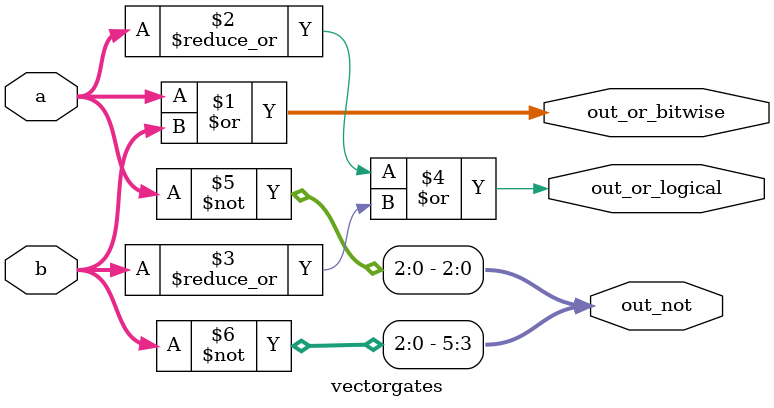
<source format=v>
module vectorgates(	// file.cleaned.mlir:2:3
  input  [2:0] a,	// file.cleaned.mlir:2:29
               b,	// file.cleaned.mlir:2:41
  output [2:0] out_or_bitwise,	// file.cleaned.mlir:2:54
  output       out_or_logical,	// file.cleaned.mlir:2:79
  output [5:0] out_not	// file.cleaned.mlir:2:104
);

  assign out_or_bitwise = a | b;	// file.cleaned.mlir:5:10, :12:5
  assign out_or_logical = (|a) | (|b);	// file.cleaned.mlir:6:10, :7:10, :8:10, :12:5
  assign out_not = {~b, ~a};	// file.cleaned.mlir:9:10, :10:10, :11:10, :12:5
endmodule


</source>
